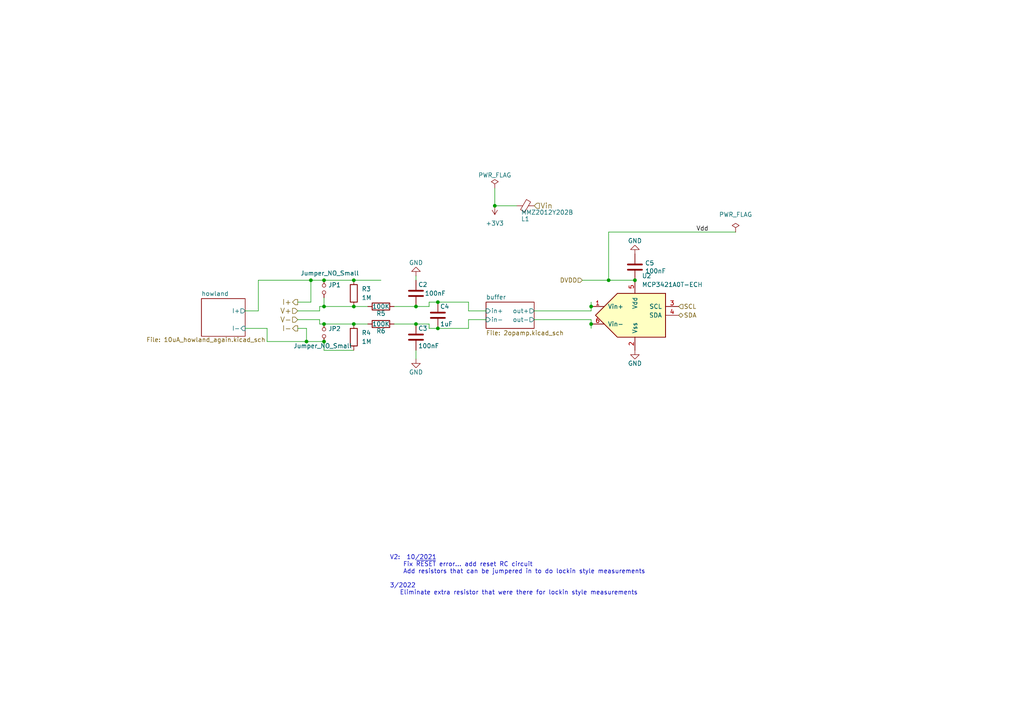
<source format=kicad_sch>
(kicad_sch (version 20211123) (generator eeschema)
  (paper "A4")
  (lib_symbols
    (symbol "0JLC-6:100nF" (pin_numbers hide) (pin_names (offset 0.254))
      (property "Reference" "C" (at 0.635 2.54 0))
      (property "Value" "100nF" (at 0.635 -2.54 0))
      (symbol "100nF_0_1"
        (polyline (pts (xy -2.032 -0.762) (xy 2.032 -0.762)) (stroke (width 0.508)))
        (polyline (pts (xy -2.032 0.762) (xy 2.032 0.762)) (stroke (width 0.508)))
      )
      (symbol "100nF_1_1"
        (pin passive line (at 0 3.81 270) (length 2.794) (name "~") (number "1"))
        (pin passive line (at 0 -3.81 90) (length 2.794) (name "~") (number "2"))
      )
    )
    (symbol "0JLC-6:1M_0.1%" (pin_numbers hide) (pin_names (offset 0))
      (property "Reference" "R" (at 2.032 0 90))
      (property "Value" "1M_0.1%" (at 0 0 90))
      (symbol "1M_0.1%_0_1"
        (rectangle (start -1.016 -2.54) (end 1.016 2.54) (stroke (width 0.254)))
      )
      (symbol "1M_0.1%_1_1"
        (pin passive line (at 0 3.81 270) (length 1.27) (name "~") (number "1"))
        (pin passive line (at 0 -3.81 90) (length 1.27) (name "~") (number "2"))
      )
    )
    (symbol "Analog_ADC:MCP3421A0T-ECH" (pin_names (offset 1.016))
      (property "Reference" "U" (at -10.16 7.62 0))
      (property "Value" "MCP3421A0T-ECH" (at 2.54 7.62 0))
      (symbol "MCP3421A0T-ECH_0_1"
        (polyline (pts (xy -5.08 6.35) (xy 8.89 6.35) (xy 8.89 0) (xy 8.89 -6.35) (xy -5.08 -6.35) (xy -11.43 0) (xy -5.08 6.35)) (stroke (width 0.254)) (fill (type background)))
      )
      (symbol "MCP3421A0T-ECH_1_1"
        (pin passive line (at -12.7 2.54 0) (length 3.81) (name "Vin+") (number "1"))
        (pin power_in line (at 0 -10.16 90) (length 3.81) (name "Vss") (number "2"))
        (pin input line (at 12.7 2.54 180) (length 3.81) (name "SCL") (number "3"))
        (pin bidirectional line (at 12.7 0 180) (length 3.81) (name "SDA") (number "4"))
        (pin power_in line (at 0 10.16 270) (length 3.81) (name "Vdd") (number "5"))
        (pin passive line (at -12.7 -2.54 0) (length 3.81) (name "Vin-") (number "6"))
      )
    )
    (symbol "Device:C" (pin_numbers hide) (pin_names (offset 0.254))
      (property "Reference" "C" (at 0.635 2.54 0))
      (property "Value" "C" (at 0.635 -2.54 0))
      (symbol "C_0_1"
        (polyline (pts (xy -2.032 -0.762) (xy 2.032 -0.762)) (stroke (width 0.508)))
        (polyline (pts (xy -2.032 0.762) (xy 2.032 0.762)) (stroke (width 0.508)))
      )
      (symbol "C_1_1"
        (pin passive line (at 0 3.81 270) (length 2.794) (name "~") (number "1"))
        (pin passive line (at 0 -3.81 90) (length 2.794) (name "~") (number "2"))
      )
    )
    (symbol "Device:R" (pin_numbers hide) (pin_names (offset 0))
      (property "Reference" "R" (at 2.032 0 90))
      (property "Value" "R" (at 0 0 90))
      (symbol "R_0_1"
        (rectangle (start -1.016 -2.54) (end 1.016 2.54) (stroke (width 0.254)))
      )
      (symbol "R_1_1"
        (pin passive line (at 0 3.81 270) (length 1.27) (name "~") (number "1"))
        (pin passive line (at 0 -3.81 90) (length 1.27) (name "~") (number "2"))
      )
    )
    (symbol "power:+3.3V" (power) (pin_names (offset 0))
      (property "Value" "+3.3V" (at 0 3.556 0))
      (symbol "+3.3V_0_1"
        (polyline (pts (xy -0.762 1.27) (xy 0 2.54)))
        (polyline (pts (xy 0 0) (xy 0 2.54)))
        (polyline (pts (xy 0 2.54) (xy 0.762 1.27)))
      )
      (symbol "+3.3V_1_1"
        (pin power_in line (at 0 0 90) (length 0) hide (name "+3V3") (number "1"))
      )
    )
    (symbol "power:GND" (power) (pin_names (offset 0))
      (property "Value" "GND" (at 0 -3.81 0))
      (symbol "GND_0_1"
        (polyline (pts (xy 0 0) (xy 0 -1.27) (xy 1.27 -1.27) (xy 0 -2.54) (xy -1.27 -1.27) (xy 0 -1.27)))
      )
      (symbol "GND_1_1"
        (pin power_in line (at 0 0 270) (length 0) hide (name "GND") (number "1"))
      )
    )
    (symbol "power:PWR_FLAG" (power) (pin_numbers hide) (pin_names (offset 0) hide)
      (property "Value" "PWR_FLAG" (at 0 3.81 0))
      (symbol "PWR_FLAG_0_0"
        (pin power_out line (at 0 0 90) (length 0) (name "pwr") (number "1"))
      )
      (symbol "PWR_FLAG_0_1"
        (polyline (pts (xy 0 0) (xy 0 1.27) (xy -1.016 1.905) (xy 0 2.54) (xy 1.016 1.905) (xy 0 1.27)))
      )
    )
    (symbol "two-wire-single-rescue:Ferrite_Bead_Small-Device" (pin_numbers hide) (pin_names (offset 0))
      (property "Reference" "FB" (at 1.905 1.27 0))
      (property "Value" "Ferrite_Bead_Small-Device" (at 1.905 -1.27 0))
      (symbol "Ferrite_Bead_Small-Device_0_1"
        (polyline (pts (xy 0 -1.27) (xy 0 -0.7874)))
        (polyline (pts (xy 0 0.889) (xy 0 1.2954)))
        (polyline (pts (xy -1.8288 0.2794) (xy -1.1176 1.4986) (xy 1.8288 -0.2032) (xy 1.1176 -1.4224) (xy -1.8288 0.2794)))
      )
      (symbol "Ferrite_Bead_Small-Device_1_1"
        (pin passive line (at 0 2.54 270) (length 1.27) (name "~") (number "1"))
        (pin passive line (at 0 -2.54 90) (length 1.27) (name "~") (number "2"))
      )
    )
    (symbol "two-wire-single-rescue:Jumper_NO_Small-Device" (pin_numbers hide) (pin_names (offset 0.762) hide)
      (property "Reference" "JP" (at 0 2.032 0))
      (property "Value" "Jumper_NO_Small-Device" (at 0.254 -1.524 0))
      (symbol "Jumper_NO_Small-Device_0_1"
        (circle (center -1.016 0) (radius 0.508))
        (circle (center 1.016 0) (radius 0.508))
        (pin passive line (at -2.54 0 0) (length 1.016) (name "1") (number "1"))
        (pin passive line (at 2.54 0 180) (length 1.016) (name "2") (number "2"))
      )
    )
  )
  (junction (at 184.15 81.28))
  (junction (at 102.616 88.9))
  (junction (at 171.45 93.98))
  (junction (at 93.98 81.28))
  (junction (at 93.98 93.98))
  (junction (at 176.53 81.28))
  (junction (at 102.616 93.98))
  (junction (at 90.17 81.28))
  (junction (at 127 95.25))
  (junction (at 120.65 93.98))
  (junction (at 102.616 81.28))
  (junction (at 127 87.63))
  (junction (at 120.65 88.9))
  (junction (at 88.9 99.06))
  (junction (at 171.45 88.9))
  (junction (at 93.98 88.9))
  (junction (at 93.98 99.06))
  (junction (at 143.51 59.69))
  (wire (pts (xy 171.45 90.17) (xy 171.45 88.9)))
  (wire (pts (xy 171.45 88.9) (xy 171.45 87.63)))
  (wire (pts (xy 102.616 101.6) (xy 93.98 101.6)))
  (wire (pts (xy 135.89 92.71) (xy 140.97 92.71)))
  (wire (pts (xy 77.47 95.25) (xy 77.47 99.06)))
  (wire (pts (xy 127 95.25) (xy 135.89 95.25)))
  (wire (pts (xy 120.65 101.6) (xy 120.65 104.14)))
  (wire (pts (xy 171.45 95.25) (xy 171.45 93.98)))
  (wire (pts (xy 124.46 95.25) (xy 127 95.25)))
  (wire (pts (xy 135.89 90.17) (xy 140.97 90.17)))
  (wire (pts (xy 90.17 87.63) (xy 90.17 81.28)))
  (wire (pts (xy 120.65 81.28) (xy 120.65 80.01)))
  (wire (pts (xy 74.93 90.17) (xy 74.93 81.28)))
  (wire (pts (xy 86.36 87.63) (xy 90.17 87.63)))
  (wire (pts (xy 120.65 88.9) (xy 124.46 88.9)))
  (wire (pts (xy 92.71 92.71) (xy 86.36 92.71)))
  (wire (pts (xy 77.47 99.06) (xy 88.9 99.06)))
  (wire (pts (xy 92.71 90.17) (xy 86.36 90.17)))
  (wire (pts (xy 124.46 93.98) (xy 124.46 95.25)))
  (wire (pts (xy 171.45 93.98) (xy 171.45 92.71)))
  (wire (pts (xy 176.53 67.31) (xy 176.53 81.28)))
  (wire (pts (xy 106.68 93.98) (xy 102.616 93.98)))
  (wire (pts (xy 213.36 67.31) (xy 176.53 67.31)))
  (wire (pts (xy 135.89 87.63) (xy 135.89 90.17)))
  (wire (pts (xy 74.93 81.28) (xy 90.17 81.28)))
  (wire (pts (xy 71.12 95.25) (xy 77.47 95.25)))
  (wire (pts (xy 120.65 93.98) (xy 124.46 93.98)))
  (wire (pts (xy 114.3 88.9) (xy 120.65 88.9)))
  (wire (pts (xy 93.98 88.9) (xy 92.71 88.9)))
  (wire (pts (xy 154.94 92.71) (xy 171.45 92.71)))
  (wire (pts (xy 102.616 93.98) (xy 93.98 93.98)))
  (wire (pts (xy 90.17 81.28) (xy 93.98 81.28)))
  (wire (pts (xy 127 87.63) (xy 135.89 87.63)))
  (wire (pts (xy 114.3 93.98) (xy 120.65 93.98)))
  (wire (pts (xy 86.36 95.25) (xy 88.9 95.25)))
  (wire (pts (xy 92.71 88.9) (xy 92.71 90.17)))
  (wire (pts (xy 102.616 88.9) (xy 106.68 88.9)))
  (wire (pts (xy 135.89 95.25) (xy 135.89 92.71)))
  (wire (pts (xy 88.9 99.06) (xy 93.98 99.06)))
  (wire (pts (xy 176.53 81.28) (xy 184.15 81.28)))
  (wire (pts (xy 93.98 88.9) (xy 102.616 88.9)))
  (wire (pts (xy 124.46 87.63) (xy 127 87.63)))
  (wire (pts (xy 93.98 86.36) (xy 93.98 88.9)))
  (wire (pts (xy 143.51 59.69) (xy 149.86 59.69)))
  (wire (pts (xy 93.98 101.6) (xy 93.98 99.06)))
  (wire (pts (xy 143.51 54.61) (xy 143.51 59.69)))
  (wire (pts (xy 102.616 81.28) (xy 110.49 81.28)))
  (wire (pts (xy 93.98 93.98) (xy 92.71 93.98)))
  (wire (pts (xy 71.12 90.17) (xy 74.93 90.17)))
  (wire (pts (xy 93.98 81.28) (xy 102.616 81.28)))
  (wire (pts (xy 168.91 81.28) (xy 176.53 81.28)))
  (wire (pts (xy 92.71 93.98) (xy 92.71 92.71)))
  (wire (pts (xy 88.9 95.25) (xy 88.9 99.06)))
  (wire (pts (xy 124.46 88.9) (xy 124.46 87.63)))
  (wire (pts (xy 154.94 90.17) (xy 171.45 90.17)))
  (text "V2:  10/2021\n    Fix ~{RESET} error… add reset RC circuit\n    Add resistors that can be jumpered in to do lockin style measurements\n\n3/2022\n   Eliminate extra resistor that were there for lockin style measurements\n" (at 113.03 172.72 0) (effects (font (size 1.27 1.27)) (justify left bottom)))
  (label "Vdd" (at 201.93 67.31 0))
  (hierarchical_label "V+" (shape input) (at 86.36 90.17 180) (effects (font (size 1.524 1.524))))
  (hierarchical_label "SDA" (shape bidirectional) (at 196.85 91.44 0))
  (hierarchical_label "Vin" (shape input) (at 154.94 59.69 0) (effects (font (size 1.524 1.524))))
  (hierarchical_label "SCL" (shape input) (at 196.85 88.9 0))
  (hierarchical_label "I+" (shape output) (at 86.36 87.63 180) (effects (font (size 1.524 1.524))))
  (hierarchical_label "I-" (shape output) (at 86.36 95.25 180) (effects (font (size 1.524 1.524))))
  (hierarchical_label "V-" (shape input) (at 86.36 92.71 180) (effects (font (size 1.524 1.524))))
  (hierarchical_label "DVDD" (shape input) (at 168.91 81.28 180))
  (symbol (lib_id "Device:R") (at 110.49 88.9 270) (unit 1)
    (property "Reference" "R5" (at 110.49 90.932 90))
    (property "Value" "100K" (at 110.49 88.9 90))
    (property "Footprint" "Resistor_SMD:R_0402_1005Metric" (effects hide))
    (property "MFR" "Yageo" (effects hide))
    (property "MPN" "0402WGF1003TCE" (effects hide))
    (property "SPURL" "-" (effects hide))
    (property "LCSC" "C25741" (effects hide))
  )
  (symbol (lib_id "Device:R") (at 110.49 93.98 270) (unit 1)
    (property "Reference" "R6" (at 110.49 96.012 90))
    (property "Value" "100K" (at 110.49 93.98 90))
    (property "Footprint" "Resistor_SMD:R_0402_1005Metric" (effects hide))
    (property "MFR" "Yageo" (effects hide))
    (property "MPN" "0402WGF1003TCE" (effects hide))
    (property "SPURL" "-" (effects hide))
    (property "LCSC" "C25741" (effects hide))
  )
  (symbol (lib_id "two-wire-single-rescue:Ferrite_Bead_Small-Device") (at 152.4 59.69 270) (unit 1)
    (property "Reference" "L1" (at 151.13 63.5 90) (effects (justify left)))
    (property "Value" "MMZ2012Y202B " (at 151.13 61.595 90) (effects (justify left)))
    (property "Footprint" "Inductor_SMD:L_0805_2012Metric_Pad1.15x1.40mm_HandSolder" (effects hide))
    (property "MFR" "TDK" (effects hide))
    (property "MPN" "MMZ2012Y202B" (effects hide))
    (property "ORIG" "MMZ2012Y152B, C21517" (effects hide))
    (property "LCSC" "C76811" (effects hide))
  )
  (symbol (lib_id "power:PWR_FLAG") (at 143.51 54.61 0) (unit 1)
    (property "Reference" "#FLG02" (effects hide))
    (property "Value" "PWR_FLAG" (at 143.51 50.8 0))
  )
  (symbol (lib_id "0JLC-6:100nF") (at 184.15 77.47 180) (unit 1)
    (property "Reference" "C5" (at 187.071 76.3016 0) (effects (justify right)))
    (property "Value" "100nF" (at 187.071 78.613 0) (effects (justify right)))
    (property "Footprint" "Capacitor_SMD:C_0402_1005Metric" (effects hide))
    (property "LCSC" "C1525" (effects hide))
    (property "MPN" "CL05B104KO5NNNC" (effects hide))
  )
  (symbol (lib_id "Device:C") (at 120.65 97.79 0) (unit 1)
    (property "Reference" "C3" (at 121.285 95.25 0) (effects (justify left)))
    (property "Value" "100nF" (at 121.285 100.33 0) (effects (justify left)))
    (property "Footprint" "Capacitor_SMD:C_0402_1005Metric" (effects hide))
    (property "Datasheet" "CC0603KRX7R9BB104" (effects hide))
    (property "MPN" "CL05B104KO5NNNC" (effects hide))
    (property "SPURL" "-" (effects hide))
    (property "MFR" "Samsung" (effects hide))
    (property "LCSC" "C1525" (effects hide))
  )
  (symbol (lib_id "Device:C") (at 120.65 85.09 0) (unit 1)
    (property "Reference" "C2" (at 121.285 82.55 0) (effects (justify left)))
    (property "Value" "100nF" (at 123.19 85.09 0) (effects (justify left)))
    (property "Footprint" "Capacitor_SMD:C_0402_1005Metric" (effects hide))
    (property "Datasheet" "CC0603KRX7R9BB104" (effects hide))
    (property "Part" "GRM31C5C1E104JA01L " (effects hide))
    (property "Digikey" "490-1767-1-ND " (effects hide))
    (property "MPN" "CL05B104KO5NNNC" (effects hide))
    (property "SPURL" "-" (effects hide))
    (property "MFR" "Samsung" (effects hide))
    (property "LCSC" "C1525" (effects hide))
  )
  (symbol (lib_id "Device:C") (at 127 91.44 0) (unit 1)
    (property "Reference" "C4" (at 127.635 88.9 0) (effects (justify left)))
    (property "Value" "1uF" (at 127.635 93.98 0) (effects (justify left)))
    (property "Footprint" "Capacitor_SMD:C_0402_1005Metric" (effects hide))
    (property "MPN" "GCM155C71A105KE38D" (effects hide))
    (property "Manufacturer" "Yageo" (effects hide))
    (property "MFR" "Samsung" (effects hide))
    (property "SPURL" "-" (effects hide))
    (property "LCSC" "C126521" (effects hide))
  )
  (symbol (lib_id "power:GND") (at 120.65 104.14 0) (unit 1)
    (property "Reference" "#PWR07" (effects hide))
    (property "Value" "GND" (at 120.65 107.95 0))
  )
  (symbol (lib_id "power:GND") (at 120.65 80.01 180) (unit 1)
    (property "Reference" "#PWR06" (effects hide))
    (property "Value" "GND" (at 120.65 76.2 0))
  )
  (symbol (lib_id "power:GND") (at 184.15 73.66 180) (unit 1)
    (property "Reference" "#PWR09" (effects hide))
    (property "Value" "GND" (at 184.15 69.85 0))
  )
  (symbol (lib_id "power:GND") (at 184.15 101.6 0) (unit 1)
    (property "Reference" "#PWR010" (effects hide))
    (property "Value" "GND" (at 184.15 105.41 0))
  )
  (symbol (lib_id "two-wire-single-rescue:Jumper_NO_Small-Device") (at 93.98 83.82 270) (unit 1)
    (property "Reference" "JP1" (at 95.1992 82.6516 90) (effects (justify left)))
    (property "Value" "Jumper_NO_Small" (at 87.122 79.248 90) (effects (justify left)))
    (property "Footprint" "Jumper:SolderJumper-2_P1.3mm_Open_RoundedPad1.0x1.5mm" (effects hide))
  )
  (symbol (lib_id "two-wire-single-rescue:Jumper_NO_Small-Device") (at 93.98 96.52 270) (unit 1)
    (property "Reference" "JP2" (at 95.1992 95.3516 90) (effects (justify left)))
    (property "Value" "Jumper_NO_Small" (at 85.09 100.33 90) (effects (justify left)))
    (property "Footprint" "Jumper:SolderJumper-2_P1.3mm_Open_RoundedPad1.0x1.5mm" (effects hide))
  )
  (symbol (lib_id "0JLC-6:1M_0.1%") (at 102.616 97.79 0) (unit 1)
    (property "Reference" "R4" (at 104.902 96.5199 0) (effects (justify left)))
    (property "Value" "1M" (at 104.902 99.0599 0) (effects (justify left)))
    (property "Footprint" "Resistor_SMD:R_0402_1005Metric" (effects hide))
    (property "LCSC" "C138033" (effects hide))
    (property "MPN" "RC0402FR-071ML" (effects hide))
  )
  (symbol (lib_id "power:PWR_FLAG") (at 213.36 67.31 0) (unit 1)
    (property "Reference" "#FLG03" (effects hide))
    (property "Value" "PWR_FLAG" (at 213.36 62.23 0))
  )
  (symbol (lib_id "power:+3.3V") (at 143.51 59.69 180) (unit 1)
    (property "Reference" "#PWR08" (effects hide))
    (property "Value" "+3.3V" (at 143.51 64.77 0))
  )
  (symbol (lib_id "0JLC-6:1M_0.1%") (at 102.616 85.09 0) (unit 1)
    (property "Reference" "R3" (at 104.902 83.8199 0) (effects (justify left)))
    (property "Value" "1M" (at 104.902 86.3599 0) (effects (justify left)))
    (property "Footprint" "Resistor_SMD:R_0402_1005Metric" (effects hide))
    (property "LCSC" "C138033" (effects hide))
    (property "MPN" "RC0402FR-071ML" (effects hide))
  )
  (symbol (lib_id "Analog_ADC:MCP3421A0T-ECH") (at 184.15 91.44 0) (unit 1)
    (property "Reference" "U2" (at 186.1694 80.01 0) (effects (justify left)))
    (property "Value" "MCP3421A0T-ECH" (at 186.1694 82.55 0) (effects (justify left)))
    (property "Footprint" "Package_TO_SOT_SMD:SOT-23-6_Handsoldering" (effects hide))
    (property "Datasheet" "http://ww1.microchip.com/downloads/en/DeviceDoc/22003e.pdf" (effects hide))
  )
  (sheet (at 140.97 87.63) (size 13.97 7.62) (stroke (width 0.1524))
    (property "Sheet name" "buffer" (at 140.97 86.9184 0) (effects (justify left bottom)))
    (property "Sheet file" "2opamp.kicad_sch" (at 140.97 95.8346 0) (effects (justify left top)))
    (pin "in+" input (at 140.97 90.17 180))
    (pin "in-" input (at 140.97 92.71 180))
    (pin "out+" output (at 154.94 90.17 0))
    (pin "out-" output (at 154.94 92.71 0))
  )
  (sheet (at 58.42 86.614) (size 12.7 10.922) (stroke (width 0.1524))
    (property "Sheet name" "howland" (at 58.42 85.9024 0) (effects (justify left bottom)))
    (property "Sheet file" "10uA_howland_again.kicad_sch" (at 42.418 97.79 0) (effects (justify left top)))
    (pin "I+" output (at 71.12 90.17 0))
    (pin "I-" input (at 71.12 95.25 0))
  )
)
</source>
